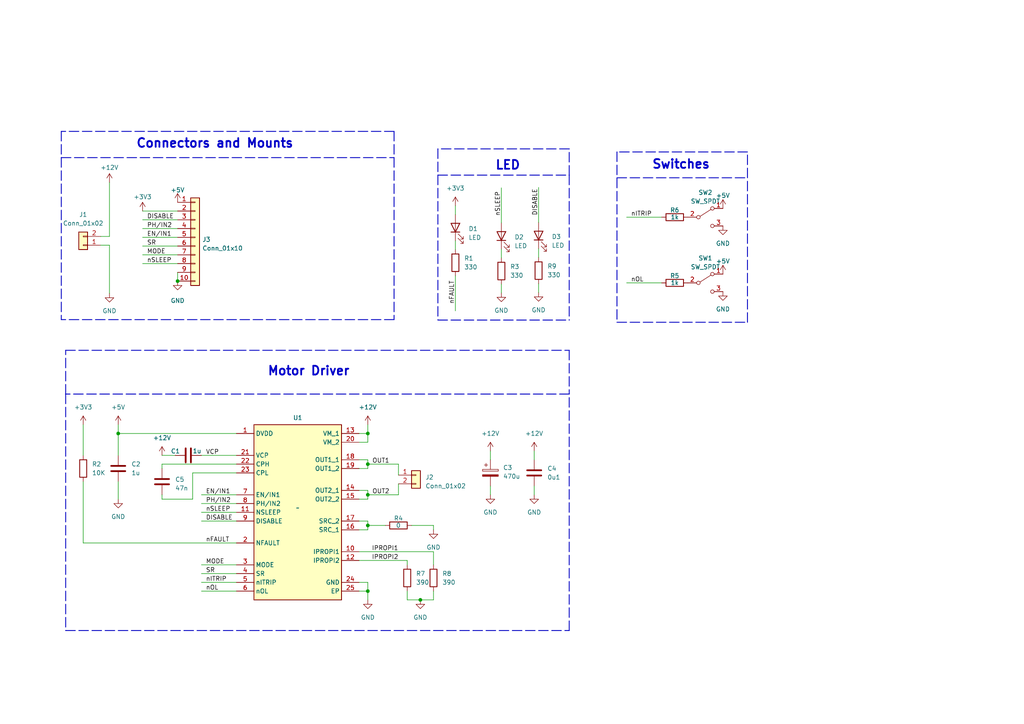
<source format=kicad_sch>
(kicad_sch (version 20230121) (generator eeschema)
  (paper "A4")
  (title_block (title "Test PCB For Sentinels Robotics") (date "2023-11-29") (rev "1") (company "Sentinels Robotics") (comment 1 "Designer:Vincent Cayadi"))
  (lib_symbols
    (symbol "Connector_Generic:Conn_01x02" (pin_names (offset 1.016) hide)
      (property "Reference" "J" (at 0 2.54 0))
      (property "Value" "Conn_01x02" (at 0 -5.08 0))
      (symbol "Conn_01x02_1_1"
        (rectangle (start -1.27 -2.413) (end 0 -2.667) (stroke (width 0.1524)))
        (rectangle (start -1.27 0.127) (end 0 -0.127) (stroke (width 0.1524)))
        (rectangle (start -1.27 1.27) (end 1.27 -3.81) (stroke (width 0.254)) (fill (type background)))
        (pin passive line (at -5.08 0 0) (length 3.81) (name "Pin_1") (number "1"))
        (pin passive line (at -5.08 -2.54 0) (length 3.81) (name "Pin_2") (number "2"))
      )
    )
    (symbol "Connector_Generic:Conn_01x10" (pin_names (offset 1.016) hide)
      (property "Reference" "J" (at 0 12.7 0))
      (property "Value" "Conn_01x10" (at 0 -15.24 0))
      (symbol "Conn_01x10_1_1"
        (rectangle (start -1.27 -12.573) (end 0 -12.827) (stroke (width 0.1524)))
        (rectangle (start -1.27 -10.033) (end 0 -10.287) (stroke (width 0.1524)))
        (rectangle (start -1.27 -7.493) (end 0 -7.747) (stroke (width 0.1524)))
        (rectangle (start -1.27 -4.953) (end 0 -5.207) (stroke (width 0.1524)))
        (rectangle (start -1.27 -2.413) (end 0 -2.667) (stroke (width 0.1524)))
        (rectangle (start -1.27 0.127) (end 0 -0.127) (stroke (width 0.1524)))
        (rectangle (start -1.27 2.667) (end 0 2.413) (stroke (width 0.1524)))
        (rectangle (start -1.27 5.207) (end 0 4.953) (stroke (width 0.1524)))
        (rectangle (start -1.27 7.747) (end 0 7.493) (stroke (width 0.1524)))
        (rectangle (start -1.27 10.287) (end 0 10.033) (stroke (width 0.1524)))
        (rectangle (start -1.27 11.43) (end 1.27 -13.97) (stroke (width 0.254)) (fill (type background)))
        (pin passive line (at -5.08 10.16 0) (length 3.81) (name "Pin_1") (number "1"))
        (pin passive line (at -5.08 -12.7 0) (length 3.81) (name "Pin_10") (number "10"))
        (pin passive line (at -5.08 7.62 0) (length 3.81) (name "Pin_2") (number "2"))
        (pin passive line (at -5.08 5.08 0) (length 3.81) (name "Pin_3") (number "3"))
        (pin passive line (at -5.08 2.54 0) (length 3.81) (name "Pin_4") (number "4"))
        (pin passive line (at -5.08 0 0) (length 3.81) (name "Pin_5") (number "5"))
        (pin passive line (at -5.08 -2.54 0) (length 3.81) (name "Pin_6") (number "6"))
        (pin passive line (at -5.08 -5.08 0) (length 3.81) (name "Pin_7") (number "7"))
        (pin passive line (at -5.08 -7.62 0) (length 3.81) (name "Pin_8") (number "8"))
        (pin passive line (at -5.08 -10.16 0) (length 3.81) (name "Pin_9") (number "9"))
      )
    )
    (symbol "DRV8873SPWPR:DRV8873H"
      (property "Reference" "U" (at 0 0 0))
      (symbol "DRV8873H_1_1"
        (rectangle (start -12.7 24.13) (end 12.7 -26.67) (stroke (width 0.254)) (fill (type background)))
        (pin passive line (at -17.78 21.59 0) (length 5.08) (name "DVDD") (number "1"))
        (pin passive line (at 17.78 -12.7 180) (length 5.08) (name "IPROPI1") (number "10"))
        (pin passive line (at -17.78 -1.27 0) (length 5.08) (name "NSLEEP") (number "11"))
        (pin passive line (at 17.78 -15.24 180) (length 5.08) (name "IPROPI2") (number "12"))
        (pin passive line (at 17.78 21.59 180) (length 5.08) (name "VM_1") (number "13"))
        (pin passive line (at 17.78 5.08 180) (length 5.08) (name "OUT2_1") (number "14"))
        (pin passive line (at 17.78 2.54 180) (length 5.08) (name "OUT2_2") (number "15"))
        (pin passive line (at 17.78 -6.35 180) (length 5.08) (name "SRC_1") (number "16"))
        (pin passive line (at 17.78 -3.81 180) (length 5.08) (name "SRC_2") (number "17"))
        (pin passive line (at 17.78 13.97 180) (length 5.08) (name "OUT1_1") (number "18"))
        (pin passive line (at 17.78 11.43 180) (length 5.08) (name "OUT1_2") (number "19"))
        (pin passive line (at -17.78 -10.16 0) (length 5.08) (name "NFAULT") (number "2"))
        (pin passive line (at 17.78 19.05 180) (length 5.08) (name "VM_2") (number "20"))
        (pin passive line (at -17.78 15.24 0) (length 5.08) (name "VCP") (number "21"))
        (pin passive line (at -17.78 12.7 0) (length 5.08) (name "CPH") (number "22"))
        (pin passive line (at -17.78 10.16 0) (length 5.08) (name "CPL") (number "23"))
        (pin passive line (at 17.78 -21.59 180) (length 5.08) (name "GND") (number "24"))
        (pin passive line (at 17.78 -24.13 180) (length 5.08) (name "EP") (number "25"))
        (pin passive line (at -17.78 -16.51 0) (length 5.08) (name "MODE") (number "3"))
        (pin passive line (at -17.78 -19.05 0) (length 5.08) (name "SR") (number "4"))
        (pin passive line (at -17.78 -21.59 0) (length 5.08) (name "nITRIP") (number "5"))
        (pin passive line (at -17.78 -24.13 0) (length 5.08) (name "nOL") (number "6"))
        (pin passive line (at -17.78 3.81 0) (length 5.08) (name "EN/IN1") (number "7"))
        (pin passive line (at -17.78 1.27 0) (length 5.08) (name "PH/IN2") (number "8"))
        (pin passive line (at -17.78 -3.81 0) (length 5.08) (name "DISABLE") (number "9"))
      )
    )
    (symbol "Device:C" (pin_numbers hide) (pin_names (offset 0.254))
      (property "Reference" "C" (at 0.635 2.54 0))
      (property "Value" "C" (at 0.635 -2.54 0))
      (symbol "C_0_1"
        (polyline (pts (xy -2.032 -0.762) (xy 2.032 -0.762)) (stroke (width 0.508)))
        (polyline (pts (xy -2.032 0.762) (xy 2.032 0.762)) (stroke (width 0.508)))
      )
      (symbol "C_1_1"
        (pin passive line (at 0 3.81 270) (length 2.794) (name "~") (number "1"))
        (pin passive line (at 0 -3.81 90) (length 2.794) (name "~") (number "2"))
      )
    )
    (symbol "Device:C_Polarized" (pin_numbers hide) (pin_names (offset 0.254))
      (property "Reference" "C" (at 0.635 2.54 0))
      (property "Value" "C_Polarized" (at 0.635 -2.54 0))
      (symbol "C_Polarized_0_1"
        (rectangle (start -2.286 0.508) (end 2.286 1.016))
        (polyline (pts (xy -1.778 2.286) (xy -0.762 2.286)))
        (polyline (pts (xy -1.27 2.794) (xy -1.27 1.778)))
        (rectangle (start 2.286 -0.508) (end -2.286 -1.016) (fill (type outline)))
      )
      (symbol "C_Polarized_1_1"
        (pin passive line (at 0 3.81 270) (length 2.794) (name "~") (number "1"))
        (pin passive line (at 0 -3.81 90) (length 2.794) (name "~") (number "2"))
      )
    )
    (symbol "Device:LED" (pin_numbers hide) (pin_names (offset 1.016) hide)
      (property "Reference" "D" (at 0 2.54 0))
      (property "Value" "LED" (at 0 -2.54 0))
      (symbol "LED_0_1"
        (polyline (pts (xy -1.27 -1.27) (xy -1.27 1.27)) (stroke (width 0.254)))
        (polyline (pts (xy -1.27 0) (xy 1.27 0)))
        (polyline (pts (xy 1.27 -1.27) (xy 1.27 1.27) (xy -1.27 0) (xy 1.27 -1.27)) (stroke (width 0.254)))
        (polyline (pts (xy -3.048 -0.762) (xy -4.572 -2.286) (xy -3.81 -2.286) (xy -4.572 -2.286) (xy -4.572 -1.524)))
        (polyline (pts (xy -1.778 -0.762) (xy -3.302 -2.286) (xy -2.54 -2.286) (xy -3.302 -2.286) (xy -3.302 -1.524)))
      )
      (symbol "LED_1_1"
        (pin passive line (at -3.81 0 0) (length 2.54) (name "K") (number "1"))
        (pin passive line (at 3.81 0 180) (length 2.54) (name "A") (number "2"))
      )
    )
    (symbol "Device:R" (pin_numbers hide) (pin_names (offset 0))
      (property "Reference" "R" (at 2.032 0 90))
      (property "Value" "R" (at 0 0 90))
      (symbol "R_0_1"
        (rectangle (start -1.016 -2.54) (end 1.016 2.54) (stroke (width 0.254)))
      )
      (symbol "R_1_1"
        (pin passive line (at 0 3.81 270) (length 1.27) (name "~") (number "1"))
        (pin passive line (at 0 -3.81 90) (length 1.27) (name "~") (number "2"))
      )
    )
    (symbol "Switch:SW_SPDT" (pin_names (offset 0) hide)
      (property "Reference" "SW" (at 0 4.318 0))
      (property "Value" "SW_SPDT" (at 0 -5.08 0))
      (symbol "SW_SPDT_0_0"
        (circle (center -2.032 0) (radius 0.508))
        (circle (center 2.032 -2.54) (radius 0.508))
      )
      (symbol "SW_SPDT_0_1"
        (polyline (pts (xy -1.524 0.254) (xy 1.651 2.286)))
        (circle (center 2.032 2.54) (radius 0.508))
      )
      (symbol "SW_SPDT_1_1"
        (pin passive line (at 5.08 2.54 180) (length 2.54) (name "A") (number "1"))
        (pin passive line (at -5.08 0 0) (length 2.54) (name "B") (number "2"))
        (pin passive line (at 5.08 -2.54 180) (length 2.54) (name "C") (number "3"))
      )
    )
    (symbol "power:+12V" (power) (pin_names (offset 0))
      (property "Value" "+12V" (at 0 3.556 0))
      (symbol "+12V_0_1"
        (polyline (pts (xy -0.762 1.27) (xy 0 2.54)))
        (polyline (pts (xy 0 0) (xy 0 2.54)))
        (polyline (pts (xy 0 2.54) (xy 0.762 1.27)))
      )
      (symbol "+12V_1_1"
        (pin power_in line (at 0 0 90) (length 0) hide (name "+12V") (number "1"))
      )
    )
    (symbol "power:+3V3" (power) (pin_names (offset 0))
      (property "Value" "+3V3" (at 0 3.556 0))
      (symbol "+3V3_0_1"
        (polyline (pts (xy -0.762 1.27) (xy 0 2.54)))
        (polyline (pts (xy 0 0) (xy 0 2.54)))
        (polyline (pts (xy 0 2.54) (xy 0.762 1.27)))
      )
      (symbol "+3V3_1_1"
        (pin power_in line (at 0 0 90) (length 0) hide (name "+3V3") (number "1"))
      )
    )
    (symbol "power:+5V" (power) (pin_names (offset 0))
      (property "Value" "+5V" (at 0 3.556 0))
      (symbol "+5V_0_1"
        (polyline (pts (xy -0.762 1.27) (xy 0 2.54)))
        (polyline (pts (xy 0 0) (xy 0 2.54)))
        (polyline (pts (xy 0 2.54) (xy 0.762 1.27)))
      )
      (symbol "+5V_1_1"
        (pin power_in line (at 0 0 90) (length 0) hide (name "+5V") (number "1"))
      )
    )
    (symbol "power:GND" (power) (pin_names (offset 0))
      (property "Value" "GND" (at 0 -3.81 0))
      (symbol "GND_0_1"
        (polyline (pts (xy 0 0) (xy 0 -1.27) (xy 1.27 -1.27) (xy 0 -2.54) (xy -1.27 -1.27) (xy 0 -1.27)))
      )
      (symbol "GND_1_1"
        (pin power_in line (at 0 0 270) (length 0) hide (name "GND") (number "1"))
      )
    )
  )
  (junction (at 34.29 125.73))
  (junction (at 106.68 152.4))
  (junction (at 106.68 171.45))
  (junction (at 106.68 143.51))
  (junction (at 106.68 134.62))
  (junction (at 51.5141 81.5327))
  (junction (at 121.92 173.99))
  (junction (at 106.68 125.73))
  (wire (pts (xy 41.3541 63.7527) (xy 51.5141 63.7527)))
  (wire (pts (xy 118.11 173.99) (xy 121.92 173.99)))
  (wire (pts (xy 106.68 144.78) (xy 106.68 143.51)))
  (polyline (pts (xy 165.1 101.6) (xy 165.1 114.3)) (stroke (width 0.254) (type dash)))
  (wire (pts (xy 51.5141 78.9927) (xy 51.5141 81.5327)))
  (wire (pts (xy 104.14 151.13) (xy 106.68 151.13)))
  (polyline (pts (xy 114.3 38.1) (xy 114.3 45.72)) (stroke (width 0.254) (type dash)))
  (wire (pts (xy 58.42 151.13) (xy 68.58 151.13)))
  (wire (pts (xy 118.11 162.56) (xy 118.11 163.83)))
  (wire (pts (xy 55.88 137.16) (xy 55.88 144.78)))
  (polyline (pts (xy 165.1 43.18) (xy 127 43.18)) (stroke (width 0.254) (type dash)))
  (wire (pts (xy 41.3541 76.4527) (xy 51.5141 76.4527)))
  (polyline (pts (xy 19.05 182.88) (xy 165.1 182.88)) (stroke (width 0.254) (type dash)))
  (wire (pts (xy 104.14 128.27) (xy 106.68 128.27)))
  (wire (pts (xy 50.8 132.08) (xy 46.99 132.08)))
  (wire (pts (xy 24.13 123.19) (xy 24.13 132.08)))
  (wire (pts (xy 41.3541 73.9127) (xy 51.5141 73.9127)))
  (wire (pts (xy 106.68 152.4) (xy 111.76 152.4)))
  (wire (pts (xy 145.415 84.963) (xy 145.415 82.423)))
  (wire (pts (xy 156.21 84.836) (xy 156.21 82.296)))
  (wire (pts (xy 125.73 171.45) (xy 125.73 173.99)))
  (wire (pts (xy 115.57 140.335) (xy 115.57 143.51)))
  (wire (pts (xy 106.68 134.62) (xy 106.68 133.35)))
  (polyline (pts (xy 165.1 50.8) (xy 165.1 92.837)) (stroke (width 0.254) (type dash)))
  (polyline (pts (xy 127 43.18) (xy 127 50.8)) (stroke (width 0.254) (type dash)))
  (polyline (pts (xy 17.78 38.1) (xy 17.78 45.72)) (stroke (width 0.254) (type dash)))
  (polyline (pts (xy 19.05 101.6) (xy 165.1 101.6)) (stroke (width 0.254) (type dash)))
  (wire (pts (xy 118.11 171.45) (xy 118.11 173.99)))
  (polyline (pts (xy 114.3 92.71) (xy 17.78 92.71)) (stroke (width 0.254) (type dash)))
  (wire (pts (xy 41.3541 68.8327) (xy 51.5141 68.8327)))
  (wire (pts (xy 121.92 173.99) (xy 125.73 173.99)))
  (wire (pts (xy 106.68 143.51) (xy 115.57 143.51)))
  (wire (pts (xy 156.21 64.516) (xy 156.21 54.356)))
  (wire (pts (xy 68.58 137.16) (xy 55.88 137.16)))
  (wire (pts (xy 132.08 69.85) (xy 132.08 72.39)))
  (wire (pts (xy 106.68 168.91) (xy 106.68 171.45)))
  (wire (pts (xy 58.42 163.83) (xy 68.58 163.83)))
  (wire (pts (xy 125.73 152.4) (xy 125.73 153.67)))
  (wire (pts (xy 156.21 72.136) (xy 156.21 74.676)))
  (wire (pts (xy 106.68 125.73) (xy 106.68 128.27)))
  (wire (pts (xy 106.68 135.89) (xy 106.68 134.62)))
  (wire (pts (xy 142.24 143.51) (xy 142.24 140.97)))
  (wire (pts (xy 106.68 123.19) (xy 106.68 125.73)))
  (wire (pts (xy 58.42 168.91) (xy 68.58 168.91)))
  (wire (pts (xy 154.94 130.81) (xy 154.94 133.35)))
  (wire (pts (xy 46.99 134.62) (xy 68.58 134.62)))
  (wire (pts (xy 46.99 135.89) (xy 46.99 134.62)))
  (wire (pts (xy 34.29 125.73) (xy 34.29 132.08)))
  (wire (pts (xy 181.737 62.992) (xy 191.897 62.992)))
  (wire (pts (xy 58.42 148.59) (xy 68.58 148.59)))
  (wire (pts (xy 34.29 125.73) (xy 68.58 125.73)))
  (polyline (pts (xy 178.943 44.069) (xy 178.943 44.196)))
  (wire (pts (xy 41.3541 71.3727) (xy 51.5141 71.3727)))
  (wire (pts (xy 115.57 134.62) (xy 115.57 137.795)))
  (wire (pts (xy 24.13 157.48) (xy 68.58 157.48)))
  (wire (pts (xy 125.73 160.02) (xy 125.73 163.83)))
  (wire (pts (xy 46.99 143.51) (xy 46.99 144.78)))
  (wire (pts (xy 29.21 68.58) (xy 31.75 68.58)))
  (polyline (pts (xy 127 50.8) (xy 127 92.71)) (stroke (width 0.254) (type dash)))
  (wire (pts (xy 58.42 146.05) (xy 68.58 146.05)))
  (wire (pts (xy 58.42 171.45) (xy 68.58 171.45)))
  (wire (pts (xy 104.14 133.35) (xy 106.68 133.35)))
  (wire (pts (xy 58.42 132.08) (xy 68.58 132.08)))
  (polyline (pts (xy 178.943 93.472) (xy 216.789 93.472)) (stroke (width 0.254) (type dash)))
  (wire (pts (xy 106.68 134.62) (xy 115.57 134.62)))
  (wire (pts (xy 181.737 82.042) (xy 191.897 82.042)))
  (wire (pts (xy 104.14 168.91) (xy 106.68 168.91)))
  (wire (pts (xy 31.75 52.9111) (xy 31.75 68.58)))
  (wire (pts (xy 31.75 71.12) (xy 31.75 85.09)))
  (wire (pts (xy 104.14 125.73) (xy 106.68 125.73)))
  (wire (pts (xy 24.13 139.7) (xy 24.13 157.48)))
  (wire (pts (xy 41.3541 61.2127) (xy 51.5141 61.2127)))
  (wire (pts (xy 104.14 135.89) (xy 106.68 135.89)))
  (wire (pts (xy 132.08 80.01) (xy 132.08 90.17)))
  (polyline (pts (xy 165.1 182.88) (xy 165.1 114.3)) (stroke (width 0.254) (type dash)))
  (wire (pts (xy 34.29 123.19) (xy 34.29 125.73)))
  (wire (pts (xy 41.3541 66.2927) (xy 51.5141 66.2927)))
  (polyline (pts (xy 17.78 45.72) (xy 114.3 45.72)) (stroke (width 0.254) (type dash)))
  (wire (pts (xy 29.21 71.12) (xy 31.75 71.12)))
  (wire (pts (xy 142.24 130.81) (xy 142.24 133.35)))
  (wire (pts (xy 106.68 152.4) (xy 106.68 151.13)))
  (polyline (pts (xy 114.3 38.1) (xy 17.78 38.1)) (stroke (width 0.254) (type dash)))
  (wire (pts (xy 106.68 153.67) (xy 106.68 152.4)))
  (polyline (pts (xy 178.943 51.562) (xy 216.789 51.562)) (stroke (width 0.254) (type dash)))
  (polyline (pts (xy 165.1 114.3) (xy 19.05 114.3)) (stroke (width 0.254) (type dash)))
  (wire (pts (xy 34.29 139.7) (xy 34.29 144.78)))
  (polyline (pts (xy 114.3 45.72) (xy 114.3 92.71)) (stroke (width 0.254) (type dash)))
  (polyline (pts (xy 216.789 44.069) (xy 178.943 44.069)) (stroke (width 0.254) (type dash)))
  (wire (pts (xy 58.42 143.51) (xy 68.58 143.51)))
  (polyline (pts (xy 19.05 114.3) (xy 19.05 182.88)) (stroke (width 0.254) (type dash)))
  (wire (pts (xy 104.14 160.02) (xy 125.73 160.02)))
  (polyline (pts (xy 127 50.8) (xy 165.1 50.8)) (stroke (width 0.254) (type dash)))
  (wire (pts (xy 104.14 153.67) (xy 106.68 153.67)))
  (polyline (pts (xy 216.789 93.472) (xy 216.789 44.069)) (stroke (width 0.254) (type dash)))
  (wire (pts (xy 104.14 171.45) (xy 106.68 171.45)))
  (wire (pts (xy 119.38 152.4) (xy 125.73 152.4)))
  (wire (pts (xy 132.08 59.69) (xy 132.08 62.23)))
  (wire (pts (xy 55.88 144.78) (xy 46.99 144.78)))
  (wire (pts (xy 104.14 142.24) (xy 106.68 142.24)))
  (wire (pts (xy 104.14 144.78) (xy 106.68 144.78)))
  (polyline (pts (xy 178.943 44.069) (xy 178.943 93.472)) (stroke (width 0.254) (type dash)))
  (wire (pts (xy 106.68 171.45) (xy 106.68 173.99)))
  (wire (pts (xy 145.415 64.643) (xy 145.415 54.483)))
  (wire (pts (xy 145.415 72.263) (xy 145.415 74.803)))
  (wire (pts (xy 104.14 162.56) (xy 118.11 162.56)))
  (polyline (pts (xy 19.05 114.3) (xy 19.05 101.6)) (stroke (width 0.254) (type dash)))
  (polyline (pts (xy 17.78 45.72) (xy 17.78 92.71)) (stroke (width 0.254) (type dash)))
  (wire (pts (xy 106.68 143.51) (xy 106.68 142.24)))
  (wire (pts (xy 58.42 166.37) (xy 68.58 166.37)))
  (wire (pts (xy 154.94 143.51) (xy 154.94 140.97)))
  (polyline (pts (xy 127 92.837) (xy 165.1 92.837)) (stroke (width 0.254) (type dash)))
  (polyline (pts (xy 165.1 50.8) (xy 165.1 43.18)) (stroke (width 0.254) (type dash)))
  (text "Motor Driver" (at 77.47 109.22 0) (effects (font (size 2.54 2.54) (thickness 0.508) bold) (justify left bottom)))
  (text "LED" (at 143.51 49.53 0) (effects (font (size 2.54 2.54) (thickness 0.508) bold) (justify left bottom)))
  (text "Connectors and Mounts" (at 39.37 43.18 0) (effects (font (size 2.54 2.54) (thickness 0.508) bold) (justify left bottom)))
  (text "Switches" (at 188.976 49.276 0) (effects (font (size 2.54 2.54) (thickness 0.508) bold) (justify left bottom)))
  (label "nSLEEP" (at 42.6241 76.4527 0))
  (label "nFAULT" (at 59.69 157.48 0))
  (label "MODE" (at 59.69 163.83 0))
  (label "SR" (at 59.69 166.37 0))
  (label "DISABLE" (at 42.6241 63.7527 0))
  (label "MODE" (at 42.6241 73.9127 0))
  (label "nOL" (at 183.007 82.042 0))
  (label "OUT1" (at 107.95 134.62 0))
  (label "IPROPI1" (at 115.57 160.02 180))
  (label "nSLEEP" (at 145.415 62.611 90))
  (label "PH{slash}IN2" (at 42.6241 66.2927 0))
  (label "SR" (at 42.6241 71.3727 0))
  (label "IPROPI2" (at 115.57 162.56 180))
  (label "nOL" (at 59.69 171.45 0))
  (label "DISABLE" (at 156.21 62.484 90))
  (label "OUT2" (at 107.95 143.51 0))
  (label "VCP" (at 59.69 132.08 0))
  (label "EN{slash}IN1" (at 42.6241 68.8327 0))
  (label "nSLEEP" (at 59.69 148.59 0))
  (label "nITRIP" (at 183.007 62.992 0))
  (label "DISABLE" (at 59.69 151.13 0))
  (label "EN{slash}IN1" (at 59.69 143.51 0))
  (label "nITRIP" (at 59.69 168.91 0))
  (label "nFAULT" (at 132.08 81.28 270))
  (label "PH{slash}IN2" (at 59.69 146.05 0))
  (symbol (lib_id "Device:R") (at 156.21 78.486 0) (unit 1)
    (property "Reference" "R9" (at 158.75 77.216 0) (effects (justify left)))
    (property "Value" "330" (at 158.75 79.756 0) (effects (justify left)))
    (property "Footprint" "test:res0603" (effects hide))
    (property "LCSC" "C23138" (effects hide))
  )
  (symbol (lib_id "Connector_Generic:Conn_01x10") (at 56.5941 68.8327 0) (unit 1)
    (property "Reference" "J3" (at 58.6812 69.4677 0) (effects (justify left)))
    (property "Value" "Conn_01x10" (at 58.6812 72.0077 0) (effects (justify left)))
    (property "Footprint" "Connector_PinSocket_2.54mm:PinSocket_1x10_P2.54mm_Vertical" (effects hide))
  )
  (symbol (lib_id "Device:C") (at 34.29 135.89 0) (mirror y) (unit 1)
    (property "Reference" "C2" (at 38.1 134.6199 0) (effects (justify right)))
    (property "Value" "1u" (at 38.1 137.1599 0) (effects (justify right)))
    (property "Footprint" "test:cap0603" (effects hide))
    (property "LCSC" "C59782" (effects hide))
  )
  (symbol (lib_id "Device:C") (at 154.94 137.16 0) (mirror y) (unit 1)
    (property "Reference" "C4" (at 158.75 135.8899 0) (effects (justify right)))
    (property "Value" "0u1" (at 158.75 138.4299 0) (effects (justify right)))
    (property "Footprint" "test:cap0603" (effects hide))
    (property "LCSC" "C577419" (effects hide))
  )
  (symbol (lib_id "power:+12V") (at 154.94 130.81 0) (unit 1)
    (property "Reference" "#PWR08" (effects hide))
    (property "Value" "+12V" (at 154.94 125.73 0))
  )
  (symbol (lib_id "Device:LED") (at 156.21 68.326 90) (unit 1)
    (property "Reference" "D3" (at 160.02 68.6435 90) (effects (justify right)))
    (property "Value" "LED" (at 160.02 71.1835 90) (effects (justify right)))
    (property "Footprint" "test:led0603" (effects hide))
    (property "LCSC" "C219228" (effects hide))
  )
  (symbol (lib_id "power:+12V") (at 46.99 132.08 0) (unit 1)
    (property "Reference" "#PWR09" (effects hide))
    (property "Value" "+12V" (at 46.99 127 0))
  )
  (symbol (lib_id "Device:C") (at 46.99 139.7 0) (mirror y) (unit 1)
    (property "Reference" "C5" (at 50.8 139.065 0) (effects (justify right)))
    (property "Value" "47n" (at 50.8 141.605 0) (effects (justify right)))
    (property "Footprint" "test:cap0603" (effects hide))
    (property "LCSC" "C2762284" (effects hide))
  )
  (symbol (lib_id "Switch:SW_SPDT") (at 204.597 62.992 0) (unit 1)
    (property "Reference" "SW2" (at 204.597 55.8387 0))
    (property "Value" "SW_SPDT" (at 204.597 58.3787 0))
    (property "Footprint" "test:SS12D00G3" (effects hide))
  )
  (symbol (lib_id "power:+5V") (at 209.677 79.502 0) (unit 1)
    (property "Reference" "#PWR020" (effects hide))
    (property "Value" "+5V" (at 209.677 75.7686 0))
  )
  (symbol (lib_id "power:GND") (at 142.24 143.51 0) (unit 1)
    (property "Reference" "#PWR012" (effects hide))
    (property "Value" "GND" (at 142.24 148.59 0))
  )
  (symbol (lib_id "Device:R") (at 132.08 76.2 0) (unit 1)
    (property "Reference" "R1" (at 134.62 74.93 0) (effects (justify left)))
    (property "Value" "330" (at 134.62 77.47 0) (effects (justify left)))
    (property "Footprint" "test:res0603" (effects hide))
    (property "LCSC" "C23138" (effects hide))
  )
  (symbol (lib_id "Connector_Generic:Conn_01x02") (at 24.13 71.12 180) (unit 1)
    (property "Reference" "J1" (at 24.13 62.23 0))
    (property "Value" "Conn_01x02" (at 24.13 64.77 0))
    (property "Footprint" "test:AMASS_XT60-M" (effects hide))
  )
  (symbol (lib_id "power:GND") (at 145.415 84.963 0) (unit 1)
    (property "Reference" "#PWR017" (effects hide))
    (property "Value" "GND" (at 145.415 90.043 0))
  )
  (symbol (lib_id "power:+12V") (at 106.68 123.19 0) (unit 1)
    (property "Reference" "#PWR06" (effects hide))
    (property "Value" "+12V" (at 106.68 118.11 0))
  )
  (symbol (lib_id "Device:C_Polarized") (at 142.24 137.16 0) (unit 1)
    (property "Reference" "C3" (at 145.8993 135.636 0) (effects (justify left)))
    (property "Value" "470u" (at 145.8993 138.176 0) (effects (justify left)))
    (property "Footprint" "Capacitor_SMD:CP_Elec_10x10.5" (effects hide))
    (property "LCSC" "C259982" (effects hide))
  )
  (symbol (lib_id "power:GND") (at 209.677 65.532 0) (unit 1)
    (property "Reference" "#PWR023" (effects hide))
    (property "Value" "GND" (at 209.677 70.612 0))
  )
  (symbol (lib_id "power:+12V") (at 31.75 52.9111 0) (unit 1)
    (property "Reference" "#PWR01" (effects hide))
    (property "Value" "+12V" (at 31.75 48.5918 0))
  )
  (symbol (lib_id "power:GND") (at 121.92 173.99 0) (unit 1)
    (property "Reference" "#PWR019" (effects hide))
    (property "Value" "GND" (at 121.92 179.07 0))
  )
  (symbol (lib_id "DRV8873SPWPR:DRV8873H") (at 86.36 147.32 0) (unit 1)
    (property "Reference" "U1" (at 86.36 121.1723 0))
    (property "Value" "~" (at 86.36 147.32 0))
    (property "Footprint" "test:SOP65P640X120-25N" (effects hide))
  )
  (symbol (lib_id "power:+5V") (at 34.29 123.19 0) (unit 1)
    (property "Reference" "#PWR05" (effects hide))
    (property "Value" "+5V" (at 34.29 118.11 0))
  )
  (symbol (lib_id "Device:R") (at 125.73 167.64 0) (unit 1)
    (property "Reference" "R8" (at 128.27 166.3699 0) (effects (justify left)))
    (property "Value" "390" (at 128.27 168.9099 0) (effects (justify left)))
    (property "Footprint" "test:res0603" (effects hide))
    (property "LCSC" "C23151" (effects hide))
  )
  (symbol (lib_id "power:GND") (at 106.68 173.99 0) (unit 1)
    (property "Reference" "#PWR018" (effects hide))
    (property "Value" "GND" (at 106.68 179.07 0))
  )
  (symbol (lib_id "Device:R") (at 115.57 152.4 270) (unit 1)
    (property "Reference" "R4" (at 115.5712 150.3501 90))
    (property "Value" "0" (at 115.5382 152.4037 90))
    (property "Footprint" "test:res0603" (effects hide))
    (property "LCSC" "C21189" (effects hide))
  )
  (symbol (lib_id "Device:R") (at 118.11 167.64 0) (unit 1)
    (property "Reference" "R7" (at 120.65 166.3699 0) (effects (justify left)))
    (property "Value" "390" (at 120.65 168.9099 0) (effects (justify left)))
    (property "Footprint" "test:res0603" (effects hide))
    (property "LCSC" "C23151" (effects hide))
  )
  (symbol (lib_id "Connector_Generic:Conn_01x02") (at 120.65 137.795 0) (unit 1)
    (property "Reference" "J2" (at 123.3831 138.43 0) (effects (justify left)))
    (property "Value" "Conn_01x02" (at 123.3831 140.97 0) (effects (justify left)))
    (property "Footprint" "test:AMASS_XT30-F" (effects hide))
  )
  (symbol (lib_id "power:GND") (at 154.94 143.51 0) (unit 1)
    (property "Reference" "#PWR013" (effects hide))
    (property "Value" "GND" (at 154.94 148.59 0))
  )
  (symbol (lib_id "power:+3V3") (at 132.08 59.69 0) (unit 1)
    (property "Reference" "#PWR02" (effects hide))
    (property "Value" "+3V3" (at 132.08 54.61 0))
  )
  (symbol (lib_id "power:GND") (at 156.21 84.836 0) (unit 1)
    (property "Reference" "#PWR024" (effects hide))
    (property "Value" "GND" (at 156.21 89.916 0))
  )
  (symbol (lib_id "Device:C") (at 54.61 132.08 90) (unit 1)
    (property "Reference" "C1" (at 50.8944 130.858 90))
    (property "Value" "1u" (at 57.15 130.81 90))
    (property "Footprint" "test:cap0603" (effects hide))
    (property "LCSC" "C59782" (effects hide))
  )
  (symbol (lib_id "power:GND") (at 31.75 85.09 0) (unit 1)
    (property "Reference" "#PWR03" (effects hide))
    (property "Value" "GND" (at 31.75 90.17 0))
  )
  (symbol (lib_id "power:GND") (at 209.677 84.582 0) (unit 1)
    (property "Reference" "#PWR021" (effects hide))
    (property "Value" "GND" (at 209.677 89.662 0))
  )
  (symbol (lib_id "Device:R") (at 24.13 135.89 0) (unit 1)
    (property "Reference" "R2" (at 26.67 134.6199 0) (effects (justify left)))
    (property "Value" "10K" (at 26.67 137.1599 0) (effects (justify left)))
    (property "Footprint" "test:res0603" (effects hide))
    (property "LCSC" "C25804" (effects hide))
  )
  (symbol (lib_id "power:GND") (at 34.29 144.78 0) (unit 1)
    (property "Reference" "#PWR014" (effects hide))
    (property "Value" "GND" (at 34.29 149.86 0))
  )
  (symbol (lib_id "Device:LED") (at 132.08 66.04 90) (unit 1)
    (property "Reference" "D1" (at 135.89 66.3575 90) (effects (justify right)))
    (property "Value" "LED" (at 135.89 68.8975 90) (effects (justify right)))
    (property "Footprint" "test:led0603" (effects hide))
    (property "LCSC" "C219228" (effects hide))
  )
  (symbol (lib_id "Device:R") (at 145.415 78.613 0) (unit 1)
    (property "Reference" "R3" (at 147.955 77.343 0) (effects (justify left)))
    (property "Value" "330" (at 147.955 79.883 0) (effects (justify left)))
    (property "Footprint" "test:res0603" (effects hide))
    (property "LCSC" "C23138" (effects hide))
  )
  (symbol (lib_id "power:+3V3") (at 24.13 123.19 0) (unit 1)
    (property "Reference" "#PWR04" (effects hide))
    (property "Value" "+3V3" (at 24.13 118.11 0))
  )
  (symbol (lib_id "Device:LED") (at 145.415 68.453 90) (unit 1)
    (property "Reference" "D2" (at 149.225 68.7705 90) (effects (justify right)))
    (property "Value" "LED" (at 149.225 71.3105 90) (effects (justify right)))
    (property "Footprint" "test:led0603" (effects hide))
    (property "LCSC" "C219228" (effects hide))
  )
  (symbol (lib_id "Device:R") (at 195.707 62.992 90) (unit 1)
    (property "Reference" "R6" (at 195.708 60.952 90))
    (property "Value" "1k" (at 195.7067 62.972 90))
    (property "Footprint" "test:res0603" (effects hide))
    (property "LCSC" "C21190" (effects hide))
  )
  (symbol (lib_id "power:+12V") (at 142.24 130.81 0) (unit 1)
    (property "Reference" "#PWR07" (effects hide))
    (property "Value" "+12V" (at 142.24 125.73 0))
  )
  (symbol (lib_id "power:GND") (at 51.5141 81.5327 0) (unit 1)
    (property "Reference" "#PWR015" (effects hide))
    (property "Value" "GND" (at 51.5141 87.1979 0))
  )
  (symbol (lib_id "Switch:SW_SPDT") (at 204.597 82.042 0) (unit 1)
    (property "Reference" "SW1" (at 204.597 74.8887 0))
    (property "Value" "SW_SPDT" (at 204.597 77.4287 0))
    (property "Footprint" "test:SS12D00G3" (effects hide))
  )
  (symbol (lib_id "power:+5V") (at 51.5141 58.6727 0) (unit 1)
    (property "Reference" "#PWR010" (effects hide))
    (property "Value" "+5V" (at 51.5141 55.114 0))
  )
  (symbol (lib_id "power:+5V") (at 209.677 60.452 0) (unit 1)
    (property "Reference" "#PWR022" (effects hide))
    (property "Value" "+5V" (at 209.677 56.7186 0))
  )
  (symbol (lib_id "Device:R") (at 195.707 82.042 90) (unit 1)
    (property "Reference" "R5" (at 195.708 80.002 90))
    (property "Value" "1k" (at 195.7067 82.022 90))
    (property "Footprint" "test:res0603" (effects hide))
    (property "LCSC" "C21190" (effects hide))
  )
  (symbol (lib_id "power:GND") (at 125.73 153.67 0) (unit 1)
    (property "Reference" "#PWR016" (effects hide))
    (property "Value" "GND" (at 125.73 158.75 0))
  )
  (symbol (lib_id "power:+3V3") (at 41.3541 61.2127 0) (unit 1)
    (property "Reference" "#PWR011" (effects hide))
    (property "Value" "+3V3" (at 41.3541 57.1134 0))
  )
)
</source>
